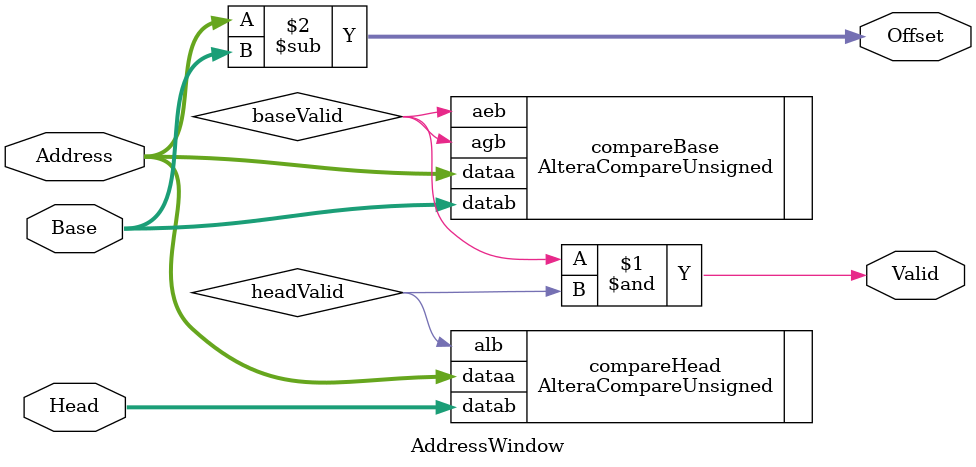
<source format=v>
module AddressWindow(Address, Base, Head, Valid, Offset);
	
	input [15:0] Address, Base, Head;
	output Valid;
	output [15:0] Offset;
	
	wor baseValid;
	wire headValid;
	
	AlteraCompareUnsigned compareBase(
		.dataa(Address),
		.datab(Base),
		.aeb(baseValid),
		.agb(baseValid)
	);
	
	AlteraCompareUnsigned compareHead(
		.dataa(Address),
		.datab(Head),
		.alb(headValid)
	);
	
	assign Valid = baseValid & headValid;
	assign Offset = Address - Base;
	

endmodule

</source>
